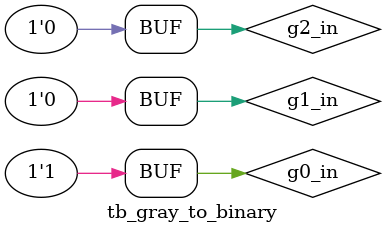
<source format=v>
`timescale 1ns / 1ps


module tb_gray_to_binary();
reg g0_in;
reg g1_in;
reg g2_in;
wire b0_out;
wire b1_out;
wire b2_out;


gray_to_binary DUT(
.g0_in(g0_in),
.g1_in(g1_in),
.g2_in(g2_in),
.b0_out(b0_out),
.b1_out(b1_out),
.b2_out(b2_out)
);
   
initial
    begin
        g0_in=1'b0;
        g1_in=1'b0;
        g2_in=1'b0;
        
        #10
        g0_in=1'b0;
        g1_in=1'b0;
        g2_in=1'b1;
        
        #20
        g0_in=1'b0;
        g1_in=1'b1;
        g2_in=1'b1;
        
        #30
        g0_in=1'b0;
        g1_in=1'b1;
        g2_in=1'b0;
        
        #40
        g0_in=1'b1;
        g1_in=1'b1;
        g2_in=1'b0;
        
        #50
        g0_in=1'b1;
        g1_in=1'b1;
        g2_in=1'b1;
        
        #60
        g0_in=1'b1;
        g1_in=1'b0;
        g2_in=1'b1;
        
        #70
        g0_in=1'b1;
        g1_in=1'b0;
        g2_in=1'b0;

end           
endmodule

</source>
